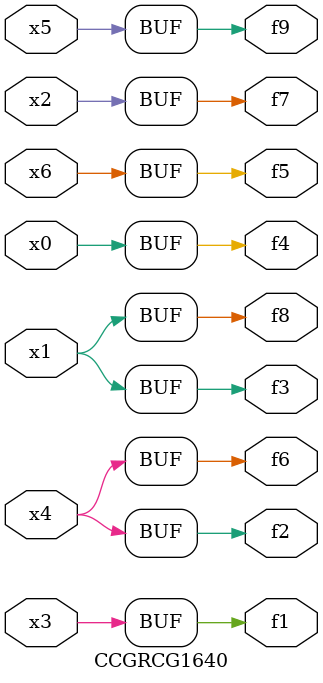
<source format=v>
module CCGRCG1640(
	input x0, x1, x2, x3, x4, x5, x6,
	output f1, f2, f3, f4, f5, f6, f7, f8, f9
);
	assign f1 = x3;
	assign f2 = x4;
	assign f3 = x1;
	assign f4 = x0;
	assign f5 = x6;
	assign f6 = x4;
	assign f7 = x2;
	assign f8 = x1;
	assign f9 = x5;
endmodule

</source>
